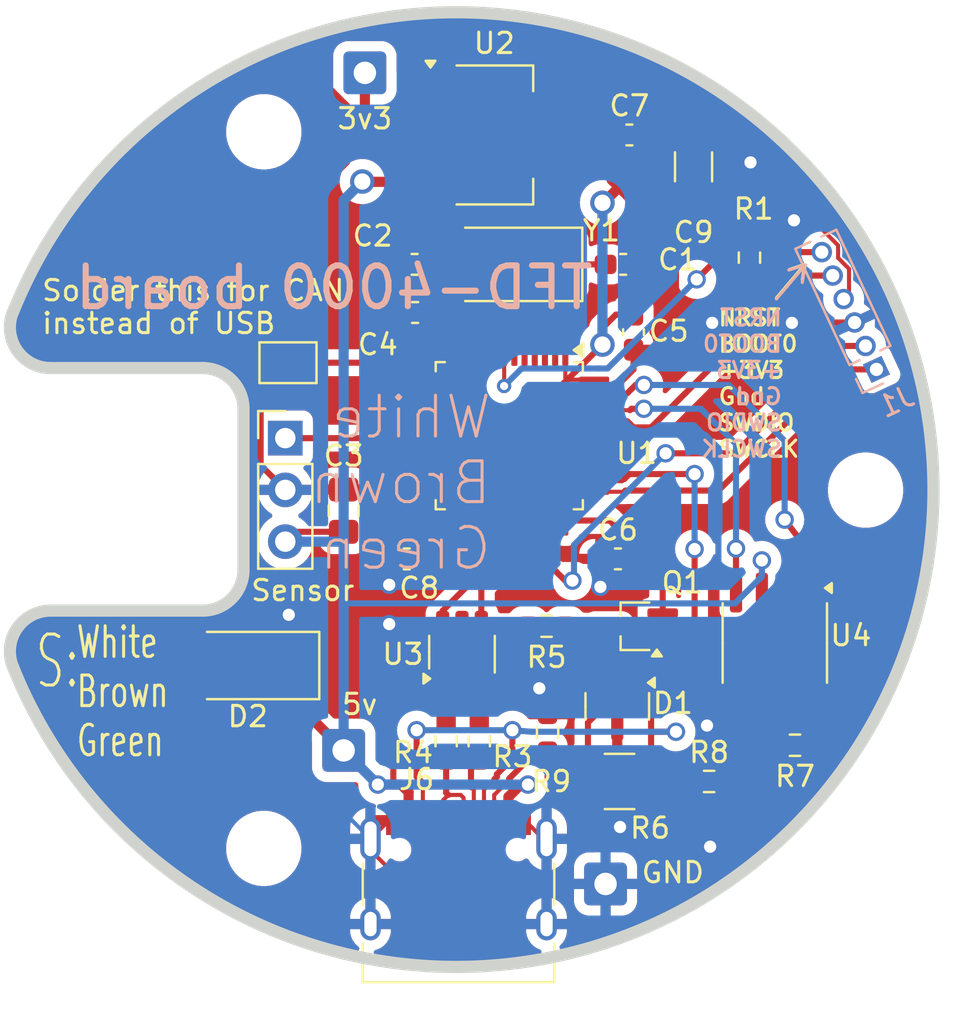
<source format=kicad_pcb>
(kicad_pcb (version 20240108) (generator "pcbnew") (generator_version "8.0")
  (layers (0 "F.Cu" signal) (31 "B.Cu" signal) (34 "B.Paste" user) (35 "F.Paste" user) (36 "B.SilkS" user "B.Silkscreen") (37 "F.SilkS" user "F.Silkscreen") (38 "B.Mask" user) (39 "F.Mask" user) (44 "Edge.Cuts" user))
  (net 0 "")
  (net 1 "GND")
  (net 2 "/OSC_IN")
  (net 3 "/OSC_OUT")
  (net 4 "/VBUS")
  (net 5 "+3V3")
  (net 6 "/CANH")
  (net 7 "/CANL")
  (net 8 "/NRST")
  (net 9 "/SWDIO")
  (net 10 "/SWCLK")
  (net 11 "/BOOT0")
  (net 12 "/ADCin")
  (net 13 "/DM")
  (net 14 "/DP")
  (net 15 "Net-(JP1-B)")
  (net 16 "/USB_PU")
  (net 17 "Net-(Q1-C)")
  (net 18 "Net-(R3-Pad2)")
  (net 19 "Net-(R4-Pad2)")
  (net 20 "/USBDP")
  (net 21 "Net-(U4-Rs)")
  (net 25 "/USBDM")
  (net 44 "/CANTX")
  (net 46 "/CANRX")
  (footprint "MountingHole:MountingHole_3.2mm_M3" (layer "F.Cu") (at 60.444919 66.632809)
    (property "Reference" "H3" (hide yes))
    (property "Value" "MountingHole")
  )
  (footprint "Jumper:SolderJumper-2_P1.3mm_Open_TrianglePad1.0x1.5mm" (layer "F.Cu") (at 61.632 42.799)
    (property "Reference" "JP1" (hide yes))
    (property "Value" "CANbus" (hide yes))
  )
  (footprint "Package_TO_SOT_SMD:SOT-23" (layer "F.Cu") (at 77.79 59.6623 -90)
    (property "Reference" "D1")
    (property "Value" "PESD1CAN")
  )
  (footprint "Connector_PinHeader_2.54mm:PinHeader_1x03_P2.54mm_Vertical" (layer "F.Cu") (at 61.5 46.5)
    (property "Reference" "J3" (hide yes))
    (property "Value" "Sensor")
  )
  (footprint "Connector_Wire:SolderWire-0.5sqmm_1x01_D0.9mm_OD2.1mm" (layer "F.Cu") (at 77.216 68.3768)
    (property "Reference" "J4" (hide yes))
    (property "Value" "GND")
  )
  (footprint "Capacitor_SMD:C_0603_1608Metric_Pad1.08x0.95mm_HandSolder" (layer "F.Cu") (at 78.3855 31.623)
    (property "Reference" "C7")
    (property "Value" "0.1")
  )
  (footprint "Connector_Wire:SolderWire-0.5sqmm_1x01_D0.9mm_OD2.1mm" (layer "F.Cu") (at 65.405 28.575)
    (property "Reference" "J5" (hide yes))
    (property "Value" "3v3")
  )
  (footprint "Package_TO_SOT_SMD:SOT-23-6_Handsoldering" (layer "F.Cu") (at 70.17 57.103 90)
    (property "Reference" "U3")
    (property "Value" "USBLC6-2SC6")
  )
  (footprint "Capacitor_SMD:C_0603_1608Metric_Pad1.08x0.95mm_HandSolder" (layer "F.Cu") (at 67.4613 52.4256 180)
    (property "Reference" "C8")
    (property "Value" "0.1")
  )
  (footprint "Package_TO_SOT_SMD:SOT-323_SC-70_Handsoldering" (layer "F.Cu") (at 78.6892 55.7276 180)
    (property "Reference" "Q1")
    (property "Value" "DTA114Y")
  )
  (footprint "Capacitor_SMD:C_0603_1608Metric_Pad1.08x0.95mm_HandSolder" (layer "F.Cu") (at 67.8445 37.973 180)
    (property "Reference" "C2")
    (property "Value" "6")
  )
  (footprint "Capacitor_SMD:C_0603_1608Metric_Pad1.08x0.95mm_HandSolder" (layer "F.Cu") (at 78.5876 41.3015 -90)
    (property "Reference" "C5")
    (property "Value" "0.1")
  )
  (footprint "Resistor_SMD:R_0603_1608Metric_Pad0.98x0.95mm_HandSolder" (layer "F.Cu") (at 74.3204 55.7276)
    (property "Reference" "R5")
    (property "Value" "1k5")
  )
  (footprint "Capacitor_SMD:C_0805_2012Metric_Pad1.18x1.45mm_HandSolder" (layer "F.Cu") (at 64.3636 50.0595 90)
    (property "Reference" "C3")
    (property "Value" "1u")
  )
  (footprint "Connector_Wire:SolderWire-0.5sqmm_1x01_D0.9mm_OD2.1mm" (layer "F.Cu") (at 64.3636 61.8236)
    (property "Reference" "J2" (hide yes))
    (property "Value" "5v")
  )
  (footprint "Package_TO_SOT_SMD:SOT-223-3_TabPin2" (layer "F.Cu") (at 71.755 31.623)
    (property "Reference" "U2")
    (property "Value" "LM1117-3.3")
  )
  (footprint "Diode_SMD:D_SMA" (layer "F.Cu") (at 59.658 57.658 180)
    (property "Reference" "D2")
    (property "Value" "SMAJ5.0A")
  )
  (footprint "Resistor_SMD:R_0603_1608Metric_Pad0.98x0.95mm_HandSolder" (layer "F.Cu") (at 84.2772 37.6447 90)
    (property "Reference" "R1")
    (property "Value" "10k")
  )
  (footprint "Resistor_SMD:R_0603_1608Metric_Pad0.98x0.95mm_HandSolder" (layer "F.Cu") (at 86.5124 61.5696)
    (property "Reference" "R7")
    (property "Value" "4k7")
  )
  (footprint "Capacitor_SMD:C_1206_3216Metric_Pad1.33x1.80mm_HandSolder" (layer "F.Cu") (at 81.534 33.1855 90)
    (property "Reference" "C9")
    (property "Value" "22u")
  )
  (footprint "Connector_USB:USB_C_Receptacle_HRO_TYPE-C-31-M-12" (layer "F.Cu") (at 70 69.295)
    (property "Reference" "J6")
    (property "Value" "USB_C_Receptacle_USB2.0_16P")
  )
  (footprint "Resistor_SMD:R_0603_1608Metric_Pad0.98x0.95mm_HandSolder" (layer "F.Cu") (at 69.3928 61.3683 90)
    (property "Reference" "R4")
    (property "Value" "22")
  )
  (footprint "Crystal:Crystal_SMD_5032-2Pin_5.0x3.2mm" (layer "F.Cu") (at 73.025 37.973 180)
    (property "Reference" "Y1")
    (property "Value" "NX5032GA-8MHz")
  )
  (footprint "Capacitor_SMD:C_0603_1608Metric_Pad1.08x0.95mm_HandSolder" (layer "F.Cu") (at 77.8245 52.4256 180)
    (property "Reference" "C6")
    (property "Value" "0.1")
  )
  (footprint "Capacitor_SMD:C_0603_1608Metric_Pad1.08x0.95mm_HandSolder" (layer "F.Cu") (at 78.0785 37.973)
    (property "Reference" "C1")
    (property "Value" "6")
  )
  (footprint "MountingHole:MountingHole_3.2mm_M3" (layer "F.Cu") (at 60.445087 31.467095)
    (property "Reference" "H1" (hide yes))
    (property "Value" "MountingHole")
  )
  (footprint "MountingHole:MountingHole_3.2mm_M3" (layer "F.Cu") (at 89.976175 49.05)
    (property "Reference" "H2" (hide yes))
    (property "Value" "MountingHole")
  )
  (footprint "Resistor_SMD:R_0603_1608Metric_Pad0.98x0.95mm_HandSolder" (layer "F.Cu") (at 71.0184 61.3683 90)
    (property "Reference" "R3")
    (property "Value" "22")
  )
  (footprint "Resistor_SMD:R_0603_1608Metric_Pad0.98x0.95mm_HandSolder" (layer "F.Cu") (at 82.2979 63.3476)
    (property "Reference" "R8")
    (property "Value" "4k7")
  )
  (footprint "Resistor_SMD:R_1210_3225Metric_Pad1.30x2.65mm_HandSolder" (layer "F.Cu") (at 77.9012 63.3476 180)
    (property "Reference" "R6")
    (property "Value" "120")
  )
  (footprint "Package_QFP:LQFP-48_7x7mm_P0.5mm" (layer "F.Cu") (at 72.4916 46.3804 -90)
    (property "Reference" "U1")
    (property "Value" "STM32F103C6Tx")
  )
  (footprint "Capacitor_SMD:C_0603_1608Metric_Pad1.08x0.95mm_HandSolder" (layer "F.Cu") (at 67.8699 40.3352)
    (property "Reference" "C4")
    (property "Value" "0.1")
  )
  (footprint "Resistor_SMD:R_0603_1608Metric_Pad0.98x0.95mm_HandSolder" (layer "F.Cu") (at 74.3712 60.9581 90)
    (property "Reference" "R9")
    (property "Value" "4k7")
  )
  (footprint "Package_SO:SOIC-8_3.9x4.9mm_P1.27mm" (layer "F.Cu") (at 85.5218 56.5546 -90)
    (property "Reference" "U4")
    (property "Value" "MCP2551-I-SN")
  )
  (footprint "Connector_PinHeader_1.27mm:PinHeader_1x06_P1.27mm_Vertical" (layer "B.Cu") (at 90.510175 43.127834 25)
    (property "Reference" "J1")
    (property "Value" "SWD")
  )
  (gr_line (start 87.0204 37.9984) (end 86.868 38.862) (stroke (width 0.15)) (layer "B.SilkS"))
  (gr_line (start 86.2076 38.2524) (end 87.0204 37.9984) (stroke (width 0.15)) (layer "B.SilkS"))
  (gr_line (start 85.598 39.6748) (end 87.0204 37.9984) (stroke (width 0.15)) (layer "B.SilkS"))
  (gr_line (start 86.995 37.973) (end 86.868 38.735) (stroke (width 0.15)) (layer "F.SilkS"))
  (gr_line (start 85.598 39.624) (end 86.995 37.973) (stroke (width 0.15)) (layer "F.SilkS"))
  (gr_line (start 86.995 37.973) (end 86.233 38.227) (stroke (width 0.15)) (layer "F.SilkS"))
  (gr_arc (start 49.985154 43.062704) (mid 48.329999 42.185408) (end 48.126906 40.323169) (stroke (width 0.6)) (layer "Edge.Cuts"))
  (gr_arc (start 59.447978 52.962704) (mid 58.862188 54.376913) (end 57.447979 54.962704) (stroke (width 0.6)) (layer "Edge.Cuts"))
  (gr_arc (start 48.135436 40.32658) (mid 93.307376 49.036585) (end 48.126906 57.702239) (stroke (width 0.6)) (layer "Edge.Cuts"))
  (gr_arc (start 48.126906 57.702239) (mid 48.33 55.84) (end 49.985154 54.962705) (stroke (width 0.6)) (layer "Edge.Cuts"))
  (gr_arc (start 57.447979 43.062704) (mid 58.862187 43.648494) (end 59.447978 45.062703) (stroke (width 0.6)) (layer "Edge.Cuts"))
  (gr_line (start 59.447978 52.962704) (end 59.447978 45.062703) (stroke (width 0.6)) (layer "Edge.Cuts"))
  (gr_line (start 57.447979 43.062704) (end 49.985154 43.062704) (stroke (width 0.6)) (layer "Edge.Cuts"))
  (gr_line (start 49.985154 54.962704) (end 57.447979 54.962704) (stroke (width 0.6)) (layer "Edge.Cuts"))
  (gr_text "White\nBrown\nGreen" (at 71.7296 53.086 0) (layer "B.SilkS") (effects (font (size 2 2)) (justify left bottom mirror)))
  (gr_text "NRST\nBOOT0\n+3V3\nGnd\nSWDIO\nSWCLK" (at 85.9536 47.498 -0) (layer "B.SilkS") (effects (font (size 0.8 0.8)) (justify left bottom mirror)))
  (gr_text "TFD-4000 board" (at 76.7588 40.2844 0) (layer "B.SilkS") (effects (font (size 2 2) (thickness 0.3)) (justify left bottom mirror)))
  (gr_text "NRST\nBOOT0\n+3V3\nGnd\nSWDIO\nSWCLK" (at 82.677 47.498 0) (layer "F.SilkS") (effects (font (size 0.8 0.8)) (justify left bottom)))
  (gr_text "S:" (at 49.149 58.928 0) (layer "F.SilkS") (effects (font (size 2.5 1.5)) (justify left bottom)))
  (gr_text "White\nBrown\nGreen" (at 51.181 62.23 0) (layer "F.SilkS") (effects (font (size 1.5 1)) (justify left bottom)))
  (gr_text "Solder this for CAN\ninstead of USB" (at 49.4792 41.4528 0) (layer "F.SilkS") (effects (font (size 1 1)) (justify left bottom)))
  (segment (start 70.612 57.15) (end 72.009 57.15) (width 0.2) (layer "F.Cu") (net 1))
  (segment (start 80.772 36.7322) (end 80.1818 36.7322) (width 0.3) (layer "F.Cu") (net 1))
  (segment (start 74.3712 59.182) (end 73.9648 58.7756) (width 0.3) (layer "F.Cu") (net 1))
  (segment (start 80.6704 36.8338) (end 80.772 36.7322) (width 0.3) (layer "F.Cu") (net 1))
  (segment (start 67.31 26.797) (end 64.008 26.797) (width 0.3) (layer "F.Cu") (net 1))
  (segment (start 88.392 61.7728) (end 88.6968 61.468) (width 0.3) (layer "F.Cu") (net 1))
  (segment (start 83.8708 66.548) (end 85.5999 64.8189) (width 0.3) (layer "F.Cu") (net 1))
  (segment (start 65.68 66.17) (end 65.68 66.72) (width 0.2) (layer "F.Cu") (net 1))
  (segment (start 74.3712 60.0456) (end 74.3712 59.182) (width 0.3) (layer "F.Cu") (net 1))
  (segment (start 60.907 40.0326) (end 60.907 42.799) (width 0.3) (layer "F.Cu") (net 1))
  (segment (start 78.6892 54.61) (end 78.6892 56.3372) (width 0.2) (layer "F.Cu") (net 1))
  (segment (start 61.6712 55.1688) (end 62.1284 55.626) (width 0.2) (layer "F.Cu") (net 1))
  (segment (start 77.216 68.3768) (end 74.3432 68.3768) (width 0.3) (layer "F.Cu") (net 1))
  (segment (start 85.5999 64.8189) (end 85.5999 62.738) (width 0.3) (layer "F.Cu") (net 1))
  (segment (start 77.79 60.5998) (end 77.79 57.5716) (width 0.3) (layer "F.Cu") (net 1))
  (segment (start 82.9818 31.623) (end 84.328 32.9692) (width 0.3) (layer "F.Cu") (net 1))
  (segment (start 66.982 38.5848) (end 68.7324 40.3352) (width 0.3) (layer "F.Cu") (net 1))
  (segment (start 70.17 58.453) (end 70.17 57.592) (width 0.2) (layer "F.Cu") (net 1))
  (segment (start 78.5876 43.1292) (end 77.8256 43.8912) (width 0.3) (layer "F.Cu") (net 1))
  (segment (start 88.6968 61.468) (end 88.6968 57.8612) (width 0.3) (layer "F.Cu") (net 1))
  (segment (start 60.29 47.83) (end 61.5 49.04) (width 0.3) (layer "F.Cu") (net 1))
  (segment (start 73.2508 58.3918) (end 72.009 57.15) (width 0.3) (layer "F.Cu") (net 1))
  (segment (start 57.658 57.658) (end 59.69 55.626) (width 0.2) (layer "F.Cu") (net 1))
  (segment (start 74.32 68.4) (end 74.32 68.5292) (width 0.2) (layer "F.Cu") (net 1))
  (segment (start 86.4616 35.814) (end 85.1954 35.814) (width 0.3) (layer "F.Cu") (net 1))
  (segment (start 89.436724 40.825812) (end 86.377388 40.825812) (width 0.3) (layer "F.Cu") (net 1))
  (segment (start 68.605 29.323) (end 68.605 28.1174) (width 0.3) (layer "F.Cu") (net 1))
  (segment (start 65.68 66.72) (end 67.54 68.58) (width 0.2) (layer "F.Cu") (net 1))
  (segment (start 81.534 31.623) (end 82.9818 31.623) (width 0.3) (layer "F.Cu") (net 1))
  (segment (start 81.534 31.623) (end 79.248 31.623) (width 0.3) (layer "F.Cu") (net 1))
  (segment (start 68.605 29.323) (end 69.988 27.94) (width 0.3) (layer "F.Cu") (net 1))
  (segment (start 64.516 30.1752) (end 64.516 32.9692) (width 0.3) (layer "F.Cu") (net 1))
  (segment (start 79.502 42.164) (end 80.6704 40.9956) (width 0.3) (layer "F.Cu") (net 1))
  (segment (start 60.29 43.416) (end 60.29 47.83) (width 0.3) (layer "F.Cu") (net 1))
  (segment (start 60.907 42.799) (end 60.29 43.416) (width 0.3) (layer "F.Cu") (net 1))
  (segment (start 76.962 53.7972) (end 77.8764 53.7972) (width 0.2) (layer "F.Cu") (net 1))
  (segment (start 64.3456 49.04) (end 64.3636 49.022) (width 0.3) (layer "F.Cu") (net 1))
  (segment (start 63.3984 34.0868) (end 63.3984 37.973) (width 0.3) (layer "F.Cu") (net 1))
  (segment (start 66.5988 49.1236) (end 66.4972 49.022) (width 0.3) (layer "F.Cu") (net 1))
  (segment (start 63.373 27.432) (end 63.373 29.0322) (width 0.3) (layer "F.Cu") (net 1))
  (segment (start 74.3432 68.3768) (end 74.32 68.4) (width 0.3) (layer "F.Cu") (net 1))
  (segment (start 87.9348 62.738) (end 88.392 62.2808) (width 0.3) (layer "F.Cu") (net 1))
  (segment (start 76.962 52.4256) (end 75.1332 52.4256) (width 0.3) (layer "F.Cu") (net 1))
  (segment (start 66.5988 49.1236) (end 66.9036 48.8188) (width 0.3) (layer "F.Cu") (net 1))
  (segment (start 77.79 65.4456) (end 77.9272 65.5828) (width 0.2) (layer "F.Cu") (net 1))
  (segment (start 83.2104 63.3476) (end 83.2104 61.6204) (width 0.3) (layer "F.Cu") (net 1))
  (segment (start 78.5876 42.164) (end 78.5876 43.1292) (width 0.3) (layer "F.Cu") (net 1))
  (segment (start 88.6968 57.8612) (end 86.1568 55.3212) (width 0.3) (layer "F.Cu") (net 1))
  (segment (start 73.25 65.25) (end 73.2508 65.2492) (width 0.3) (layer "F.Cu") (net 1))
  (segment (start 83.2104 61.6204) (end 82.1944 60.6044) (width 0.3) (layer "F.Cu") (net 1))
  (segment (start 77.216 68.3768) (end 80.518 68.3768) (width 0.3) (layer "F.Cu") (net 1))
  (segment (start 80.518 68.3768) (end 82.3468 66.548) (width 0.3) (layer "F.Cu") (net 1))
  (segment (start 63.373 29.0322) (end 64.516 30.1752) (width 0.3) (layer "F.Cu") (net 1))
  (segment (start 62.23 55.626) (end 59.69 55.626) (width 0.3) (layer "F.Cu") (net 1))
  (segment (start 88.392 62.2808) (end 88.392 61.7728) (width 0.3) (layer "F.Cu") (net 1))
  (segment (start 75.1332 52.4256) (end 74.7776 52.07) (width 0.3) (layer "F.Cu") (net 1))
  (segment (start 80.6704 40.8432) (end 80.6704 36.8338) (width 0.3) (layer "F.Cu") (net 1))
  (segment (start 78.5856 65.0728) (end 82.4504 65.0728) (width 0.3) (layer "F.Cu") (net 1))
  (segment (start 79.248 29.591) (end 79.248 31.623) (width 0.3) (layer "F.Cu") (net 1))
  (segment (start 62.9666 37.973) (end 60.907 40.0326) (width 0.3) (layer "F.Cu") (net 1))
  (segment (start 76.6541 44.1304) (end 77.5864 44.1304) (width 0.2) (layer "F.Cu") (net 1))
  (segment (start 67.564 27.0764) (end 67.564 27.051) (width 0.3) (layer "F.Cu") (net 1))
  (segment (start 66.5988 52.4256) (end 66.5988 49.1236) (width 0.3) (layer "F.Cu") (net 1))
  (segment (start 77.6224 57.404) (end 75.3364 57.404) (width 0.3) (layer "F.Cu") (net 1))
  (segment (start 67.092 48.6304) (end 66.9036 48.8188) (width 0.2) (layer "F.Cu") (net 1))
  (segment (start 85.5999 62.738) (end 87.9348 62.738) (width 0.3) (layer "F.Cu") (net 1))
  (segment (start 77.79 64.0588) (end 77.79 64.2772) (width 0.3) (layer "F.Cu") (net 1))
  (segment (start 74.7416 50.5429) (end 74.7416 52.034) (width 0.2) (layer "F.Cu") (net 1))
  (segment (start 84.2772 36.7322) (end 80.772 36.7322) (width 0.3) (layer "F.Cu") (net 1))
  (segment (start 85.1954 35.814) (end 84.2772 36.7322) (width 0.3) (layer "F.Cu") (net 1))
  (segment (start 67.54 68.58) (end 74.2692 68.58) (width 0.2) (layer "F.Cu") (net 1))
  (segment (start 71.7416 42.2179) (end 71.7416 40.8552) (width 0.2) (layer "F.Cu") (net 1))
  (segment (start 76.962 52.4256) (end 76.962 53.7972) (width 0.3) (layer "F.Cu") (net 1))
  (segment (start 66.5988 55.626) (end 62.23 55.626) (width 0.3) (layer "F.Cu") (net 1))
  (segment (start 85.5999 62.738) (end 85.5999 61.5696) (width 0.3) (layer "F.Cu") (net 1))
  (segment (start 74.32 68.5292) (end 74.32 70.35) (width 0.2) (layer "F.Cu") (net 1))
  (segment (start 66.982 37.973) (end 63.3984 37.973) (width 0.3) (layer "F.Cu") (net 1))
  (segment (start 86.1568 55.3212) (end 86.1568 54.0796) (width 0.3) (layer "F.Cu") (net 1))
  (segment (start 69.988 27.94) (end 77.597 27.94) (width 0.3) (layer "F.Cu") (net 1))
  (segment (start 77.79 60.5998) (end 77.79 64.0588) (width 0.3) (layer "F.Cu") (net 1))
  (segment (start 67.564 27.051) (end 67.31 26.797) (width 0.3) (layer "F.Cu") (net 1))
  (segment (start 68.605 28.1174) (end 67.564 27.0764) (width 0.3) (layer "F.Cu") (net 1))
  (segment (start 77.5864 44.1304) (end 77.8256 43.8912) (width 0.2) (layer "F.Cu") (net 1))
  (segment (start 82.3468 66.548) (end 83.8708 66.548) (width 0.3) (layer "F.Cu") (net 1))
  (segment (start 80.1818 36.7322) (end 78.941 37.973) (width 0.3) (layer "F.Cu") (net 1))
  (segment (start 62.1284 55.626) (end 62.23 55.626) (width 0.2) (layer "F.Cu") (net 1))
  (segment (start 66.982 37.973) (end 66.982 38.5848) (width 0.3) (layer "F.Cu") (net 1))
  (segment (start 75.3364 57.404) (end 73.9648 58.7756) (width 0.3) (layer "F.Cu") (net 1))
  (segment (start 64.516 32.9692) (end 63.3984 34.0868) (width 0.3) (layer "F.Cu") (net 1))
  (segment (start 66.5988 53.6956) (end 66.5988 52.4256) (width 0.3) (layer "F.Cu") (net 1))
  (segment (start 66.4972 49.022) (end 64.3636 49.022) (width 0.3) (layer "F.Cu") (net 1))
  (segment (start 74.165 66.17) (end 73.25 65.255) (width 0.2) (layer "F.Cu") (net 1))
  (segment (start 61.5 49.04) (end 64.3456 49.04) (width 0.3) (layer "F.Cu") (net 1))
  (segment (start 66.75 65.255) (end 66.595 65.255) (width 0.2) (layer "F.Cu") (net 1))
  (segment (start 63.3984 37.973) (end 62.9666 37.973) (width 0.3) (layer "F.Cu") (net 1))
  (segment (start 77.79 57.5716) (end 77.6224 57.404) (width 0.3) (layer "F.Cu") (net 1))
  (segment (start 86.377388 40.825812) (end 86.36 40.8432) (width 0.3) (layer "F.Cu") (net 1))
  (segment (start 68.7324 40.3352) (end 71.2216 40.3352) (width 0.3) (layer "F.Cu") (net 1))
  (segment (start 78.6892 56.3372) (end 77.6224 57.404) (width 0.2) (layer "F.Cu") (net 1))
  (segment (start 64.008 26.797) (end 63.373 27.432) (width 0.3) (layer "F.Cu") (net 1))
  (segment (start 66.5988 55.626) (end 66.5988 53.6956) (width 0.3) (layer "F.Cu") (net 1))
  (segment (start 78.5876 42.164) (end 79.502 42.164) (width 0.3) (layer "F.Cu") (net 1))
  (segment (start 74.2692 68.58) (end 74.32 68.5292) (width 0.2) (layer "F.Cu") (net 1))
  (segment (start 65.68 70.35) (end 74.32 70.35) (width 0.2) (layer "F.Cu") (net 1))
  (segment (start 68.3291 48.6304) (end 67.092 48.6304) (width 0.2) (layer "F.Cu") (net 1))
  (segment (start 73.2508 58.7756) (end 73.9648 58.7756) (width 0.3) (layer "F.Cu") (net 1))
  (segment (start 74.7416 52.034) (end 74.7776 52.07) (width 0.2) (layer "F.Cu") (net 1))
  (segment (start 66.595 65.255) (end 65.68 66.17) (width 0.2) (layer "F.Cu") (net 1))
  (segment (start 73.2508 58.7756) (end 73.2508 58.3918) (width 0.3) (layer "F.Cu") (net 1))
  (segment (start 71.2216 40.3352) (end 71.7416 40.8552) (width 0.3) (layer "F.Cu") (net 1))
  (segment (start 82.4484 40.8432) (end 80.6704 40.8432) (width 0.3) (layer "F.Cu") (net 1))
  (segment (start 77.79 64.0588) (end 77.79 65.4456) (width 0.2) (layer "F.Cu") (net 1))
  (segment (start 74.32 66.17) (end 74.165 66.17) (width 0.2) (layer "F.Cu") (net 1))
  (segment (start 80.6704 40.9956) (end 80.6704 40.8432) (width 0.3) (layer "F.Cu") (net 1))
  (segment (start 74.32 66.17) (end 74.32 68.4) (width 0.2) (layer "F.Cu") (net 1))
  (segment (start 82.4504 65.0728) (end 83.2104 64.3128) (width 0.3) (layer "F.Cu") (net 1))
  (segment (start 77.597 27.94) (end 79.248 29.591) (width 0.3) (layer "F.Cu") (net 1))
  (segment (start 77.79 64.2772) (end 78.5856 65.0728) (width 0.3) (layer "F.Cu") (net 1))
  (segment (start 70.17 57.592) (end 70.612 57.15) (width 0.2) (layer "F.Cu") (net 1))
  (segment (start 83.2104 64.3128) (end 83.2104 63.3476) (width 0.3) (layer "F.Cu") (net 1))
  (segment (start 77.8764 53.7972) (end 78.6892 54.61) (width 0.2) (layer "F.Cu") (net 1))
  (via (at 86.4616 35.814) (size 0.9) (drill 0.6) (layers "F.Cu" "B.Cu") (net 1))
  (via (at 84.328 32.9692) (size 0.9) (drill 0.6) (layers "F.Cu" "B.Cu") (net 1))
  (via (at 82.3468 66.548) (size 0.9) (drill 0.6) (layers "F.Cu" "B.Cu") (net 1))
  (via (at 86.36 40.8432) (size 0.9) (drill 0.6) (layers "F.Cu" "B.Cu") (net 1))
  (via (at 82.4484 40.8432) (size 0.9) (drill 0.6) (layers "F.Cu" "B.Cu") (net 1))
  (via (at 76.962 53.7972) (size 0.9) (drill 0.6) (layers "F.Cu" "B.Cu") (net 1))
  (via (at 73.9648 58.7756) (size 0.9) (drill 0.6) (layers "F.Cu" "B.Cu") (net 1))
  (via (at 61.6712 55.1688) (size 0.9) (drill 0.6) (layers "F.Cu" "B.Cu") (net 1))
  (via (at 66.5988 55.626) (size 0.9) (drill 0.6) (layers "F.Cu" "B.Cu") (net 1))
  (via (at 77.9272 65.5828) (size 0.9) (drill 0.6) (layers "F.Cu" "B.Cu") (net 1))
  (via (at 66.5988 53.6956) (size 0.9) (drill 0.6) (layers "F.Cu" "B.Cu") (net 1))
  (via (at 82.1944 60.6044) (size 0.9) (drill 0.6) (layers "F.Cu" "B.Cu") (net 1))
  (segment (start 82.4484 40.8432) (end 80.7212 40.8432) (width 0.3) (layer "B.Cu") (net 1))
  (segment (start 61.6712 61.4172) (end 61.6712 55.1688) (width 0.2) (layer "B.Cu") (net 1))
  (segment (start 77.805225 46.004425) (end 78.1304 46.3296) (width 0.3) (layer "B.Cu") (net 1))
  (segment (start 82.0928 46.3296) (end 82.7532 46.99) (width 0.3) (layer "B.Cu") (net 1))
  (segment (start 86.36 40.8432) (end 82.4484 40.8432) (width 0.3) (layer "B.Cu") (net 1))
  (segment (start 80.7212 40.8432) (end 77.805225 43.759175) (width 0.3) (layer "B.Cu") (net 1))
  (segment (start 77.9272 65.5828) (end 78.8924 66.548) (width 0.3) (layer "B.Cu") (net 1))
  (segment (start 73.9648 58.7756) (end 66.5988 58.7756) (width 0.3) (layer "B.Cu") (net 1))
  (segment (start 84.328 33.6804) (end 86.4616 35.814) (width 0.3) (layer "B.Cu") (net 1))
  (segment (start 81.7118 53.7972) (end 76.962 53.7972) (width 0.3) (layer "B.Cu") (net 1))
  (segment (start 73.9648 58.7756) (end 80.3656 58.7756) (width 0.3) (layer "B.Cu") (net 1))
  (segment (start 78.1304 46.3296) (end 82.0928 46.3296) (width 0.3) (layer "B.Cu") (net 1))
  (segment (start 65.68 66.165) (end 61.6712 62.1562) (width 0.2) (layer "B.Cu") (net 1))
  (segment (start 82.1944 60.6044) (end 82.1944 66.3956) (width 0.3) (layer "B.Cu") (net 1))
  (segment (start 82.7532 52.7558) (end 81.7118 53.7972) (width 0.3) (layer "B.Cu") (net 1))
  (segment (start 77.805225 43.759175) (end 77.805225 46.004425) (width 0.3) (layer "B.Cu") (net 1))
  (segment (start 84.328 32.9692) (end 84.328 33.6804) (width 0.3) (layer "B.Cu") (net 1))
  (segment (start 82.7532 46.99) (end 82.7532 52.7558) (width 0.3) (layer "B.Cu") (net 1))
  (segment (start 82.1944 66.3956) (end 82.3468 66.548) (width 0.3) (layer "B.Cu") (net 1))
  (segment (start 80.3656 58.7756) (end 82.1944 60.6044) (width 0.3) (layer "B.Cu") (net 1))
  (segment (start 61.6712 62.1562) (end 61.6712 61.4172) (width 0.2) (layer "B.Cu") (net 1))
  (segment (start 66.5988 58.7756) (end 66.5988 55.626) (width 0.3) (layer "B.Cu") (net 1))
  (segment (start 78.8924 66.548) (end 82.3468 66.548) (width 0.3) (layer "B.Cu") (net 1))
  (segment (start 77.216 37.973) (end 74.875 37.973) (width 0.3) (layer "F.Cu") (net 2))
  (segment (start 73.2416 42.2179) (end 73.2416 40.5504) (width 0.2) (layer "F.Cu") (net 2))
  (segment (start 74.875 37.973) (end 74.875 38.917) (width 0.3) (layer "F.Cu") (net 2))
  (segment (start 73.2416 40.5504) (end 73.406 40.386) (width 0.2) (layer "F.Cu") (net 2))
  (segment (start 74.875 38.917) (end 73.406 40.386) (width 0.3) (layer "F.Cu") (net 2))
  (segment (start 71.175 37.973) (end 71.175 39.171) (width 0.3) (layer "F.Cu") (net 3))
  (segment (start 72.7416 40.7376) (end 72.517 40.513) (width 0.2) (layer "F.Cu") (net 3))
  (segment (start 72.7416 42.2179) (end 72.7416 40.7376) (width 0.2) (layer "F.Cu") (net 3))
  (segment (start 68.707 37.973) (end 71.175 37.973) (width 0.3) (layer "F.Cu") (net 3))
  (segment (start 71.175 39.171) (end 72.517 40.513) (width 0.3) (layer "F.Cu") (net 3))
  (segment (start 66.802 63.5) (end 66.04 63.5) (width 0.5) (layer "F.Cu") (net 4))
  (segment (start 66.802 63.5) (end 66.802 60.071) (width 0.3) (layer "F.Cu") (net 4))
  (segment (start 67.55 65.25) (end 67.55 63.867) (width 0.5) (layer "F.Cu") (net 4))
  (segment (start 61.983 51.097) (end 61.5 51.58) (width 0.3) (layer "F.Cu") (net 4))
  (segment (start 65.292 33.923) (end 65.278 33.909) (width 0.5) (layer "F.Cu") (net 4))
  (segment (start 61.658 57.658) (end 61.658 59.118) (width 0.5) (layer "F.Cu") (net 4))
  (segment (start 70.17 56.83) (end 69.85 57.15) (width 0.2) (layer "F.Cu") (net 4))
  (segment (start 68.605 33.923) (end 65.292 33.923) (width 0.5) (layer "F.Cu") (net 4))
  (segment (start 61.658 59.118) (end 64.3636 61.8236) (width 0.5) (layer "F.Cu") (net 4))
  (segment (start 69.85 57.15) (end 68.834 57.15) (width 0.2) (layer "F.Cu") (net 4))
  (segment (start 70.17 55.753) (end 70.17 56.83) (width 0.2) (layer "F.Cu") (net 4))
  (segment (start 72.45 64.105) (end 72.45 65.25) (width 0.5) (layer "F.Cu") (net 4))
  (segment (start 67.564 65.241) (end 67.55 65.255) (width 0.5) (layer "F.Cu") (net 4))
  (segment (start 67.55 63.867) (end 67.183 63.5) (width 0.5) (layer "F.Cu") (net 4))
  (segment (start 67.183 63.5) (end 66.802 63.5) (width 0.5) (layer "F.Cu") (net 4))
  (segment (start 66.802 60.071) (end 67.564 59.309) (width 0.3) (layer "F.Cu") (net 4))
  (segment (start 84.8868 54.0796) (end 84.8868 52.5) (width 0.3) (layer "F.Cu") (net 4))
  (segment (start 67.564 59.309) (end 67.564 58.42) (width 0.3) (layer "F.Cu") (net 4))
  (segment (start 68.834 57.15) (end 67.564 58.42) (width 0.3) (layer "F.Cu") (net 4))
  (segment (start 64.3636 51.097) (end 61.983 51.097) (width 0.3) (layer "F.Cu") (net 4))
  (segment (start 73.406 63.5) (end 73.055 63.5) (width 0.5) (layer "F.Cu") (net 4))
  (segment (start 73.055 63.5) (end 72.45 64.105) (width 0.5) (layer "F.Cu") (net 4))
  (via (at 66.04 63.5) (size 0.9) (drill 0.6) (layers "F.Cu" "B.Cu") (net 4))
  (via (at 84.8868 52.5) (size 0.9) (drill 0.6) (layers "F.Cu" "B.Cu") (net 4))
  (via (at 73.406 63.5) (size 0.9) (drill 0.6) (layers "F.Cu" "B.Cu") (net 4))
  (via (at 65.278 33.909) (size 1.2) (drill 0.8) (layers "F.Cu" "B.Cu") (net 4))
  (segment (start 64.3636 34.8234) (end 65.278 33.909) (width 0.5) (layer "B.Cu") (net 4))
  (segment (start 64.3636 51.6128) (end 64.3636 34.8234) (width 0.5) (layer "B.Cu") (net 4))
  (segment (start 83.566 54.61) (end 64.3636 54.61) (width 0.3) (layer "B.Cu") (net 4))
  (segment (start 84.8868 52.5) (end 84.8868 53.2892) (width 0.3) (layer "B.Cu") (net 4))
  (segment (start 67.564 63.5) (end 66.04 63.5) (width 0.5) (layer "B.Cu") (net 4))
  (segment (start 84.8868 53.2892) (end 83.566 54.61) (width 0.3) (layer "B.Cu") (net 4))
  (segment (start 73.406 63.5) (end 67.564 63.5) (width 0.5) (layer "B.Cu") (net 4))
  (segment (start 64.3308 51.58) (end 64.3636 51.6128) (width 0.5) (layer "B.Cu") (net 4))
  (segment (start 64.3636 54.61) (end 64.3636 51.6128) (width 0.5) (layer "B.Cu") (net 4))
  (segment (start 61.5 51.58) (end 64.3308 51.58) (width 0.5) (layer "B.Cu") (net 4))
  (segment (start 66.04 63.5) (end 64.3636 61.8236) (width 0.5) (layer "B.Cu") (net 4))
  (segment (start 64.3636 61.8236) (end 64.3636 54.61) (width 0.5) (layer "B.Cu") (net 4))
  (segment (start 78.687 52.4256) (end 79.054 52.4256) (width 0.3) (layer "F.Cu") (net 5))
  (segment (start 78.436 34.748) (end 77.8764 34.1884) (width 0.5) (layer "F.Cu") (net 5))
  (segment (start 68.3238 52.4256) (end 68.3238 49.1457) (width 0.3) (layer "F.Cu") (net 5))
  (segment (start 88.626549 37.655694) (end 88.626549 37.041409) (width 0.2) (layer "F.Cu") (net 5))
  (segment (start 65.405 28.575) (end 65.405 30.607) (width 0.5) (layer "F.Cu") (net 5))
  (segment (start 86.564 34.748) (end 86.514 34.748) (width 0.2) (layer "F.Cu") (net 5))
  (segment (start 81.534 34.748) (end 86.514 34.748) (width 0.3) (layer "F.Cu") (net 5))
  (segment (start 74.8656 44.0944) (end 75.3296 43.6304) (width 0.3) (layer "F.Cu") (net 5))
  (segment (start 78.687 52.4256) (end 78.687 51.8138) (width 0.3) (layer "F.Cu") (net 5))
  (segment (start 80.0192 55.0776) (end 80.0192 53.3908) (width 0.3) (layer "F.Cu") (net 5))
  (segment (start 75.2416 43.5424) (end 75.3296 43.6304) (width 0.2) (layer "F.Cu") (net 5))
  (segment (start 77.0636 41.0972) (end 77.0636 41.91) (width 0.3) (layer "F.Cu") (net 5))
  (segment (start 74.905 31.623) (end 68.605 31.623) (width 0.5) (layer "F.Cu") (net 5))
  (segment (start 70.147862 44.0944) (end 71.2216 44.0944) (width 0.3) (layer "F.Cu") (net 5))
  (segment (start 77.8764 34.1884) (end 77.523 33.835) (width 0.5) (layer "F.Cu") (net 5))
  (segment (start 75.2416 49.1812) (end 75.0316 48.9712) (width 0.2) (layer "F.Cu") (net 5))
  (segment (start 89.163274 39.411526) (end 89.163274 38.192419) (width 0.2) (layer "F.Cu") (net 5))
  (segment (start 77.1144 34.9504) (end 77.8764 34.1884) (width 0.5) (layer "F.Cu") (net 5))
  (segment (start 88.626549 37.041409) (end 87.6808 36.09566) (width 0.2) (layer "F.Cu") (net 5))
  (segment (start 75.3432 43.6304) (end 77.0636 41.91) (width 0.3) (layer "F.Cu") (net 5))
  (segment (start 68.3238 49.1457) (end 68.3291 49.1404) (width 0.3) (layer "F.Cu") (net 5))
  (segment (start 75.3296 43.6304) (end 75.3432 43.6304) (width 0.3) (layer "F.Cu") (net 5))
  (segment (start 67.0074 40.3352) (end 67.0074 40.953938) (width 0.3) (layer "F.Cu") (net 5))
  (segment (start 77.4161 50.5429) (end 75.2516 50.5429) (width 0.3) (layer "F.Cu") (net 5))
  (segment (start 78.5876 40.439) (end 77.7218 40.439) (width 0.3) (layer "F.Cu") (net 5))
  (segment (start 70.147862 47.657338) (end 69.6468 48.1584) (width 0.3) (layer "F.Cu") (net 5))
  (segment (start 70.147862 47.657338) (end 74.858662 47.657338) (width 0.3) (layer "F.Cu") (net 5))
  (segment (start 74.93 48.8696) (end 75.0316 48.9712) (width 0.3) (layer "F.Cu") (net 5))
  (segment (start 89.163274 38.192419) (end 88.626549 37.655694) (width 0.2) (layer "F.Cu") (net 5))
  (segment (start 74.8656 48.8052) (end 74.93 48.8696) (width 0.3) (layer "F.Cu") (net 5))
  (segment (start 78.687 51.8138) (end 77.4161 50.5429) (width 0.3) (layer "F.Cu") (net 5))
  (segment (start 70.147862 44.0944) (end 70.147862 47.657338) (width 0.3) (layer "F.Cu") (net 5))
  (segment (start 67.0074 40.953938) (end 70.147862 44.0944) (width 0.3) (layer "F.Cu") (net 5))
  (segment (start 75.2416 42.2179) (end 75.2416 43.5424) (width 0.2) (layer "F.Cu") (net 5))
  (segment (start 69.2844 49.1304) (end 69.6468 48.768) (width 0.2) (layer "F.Cu") (net 5))
  (segment (start 77.7218 40.439) (end 77.0636 41.0972) (width 0.3) (layer "F.Cu") (net 5))
  (segment (start 88.9 39.6748) (end 89.163274 39.411526) (width 0.2) (layer "F.Cu") (net 5))
  (segment (start 74.8656 44.0944) (end 74.8656 47.6504) (width 0.3) (layer "F.Cu") (net 5))
  (segment (start 75.3296 43.6304) (end 76.6541 43.6304) (width 0.2) (layer "F.Cu") (net 5))
  (segment (start 79.054 52.4256) (end 80.0192 53.3908) (width 0.3) (layer "F.Cu") (net 5))
  (segment (start 74.858662 47.657338) (end 74.8656 47.6504) (width 0.3) (layer "F.Cu") (net 5))
  (segment (start 71.2416 44.0744) (end 71.2216 44.0944) (width 0.2) (layer "F.Cu") (net 5))
  (segment (start 66.421 31.623) (end 68.605 31.623) (width 0.5) (layer "F.Cu") (net 5))
  (segment (start 65.405 30.607) (end 66.421 31.623) (width 0.5) (layer "F.Cu") (net 5))
  (segment (start 77.523 33.835) (end 77.523 31.623) (width 0.5) (layer "F.Cu") (net 5))
  (segment (start 68.3291 49.1304) (end 69.2844 49.1304) (width 0.2) (layer "F.Cu") (net 5))
  (segment (start 87.6808 36.09566) (end 87.6808 35.8648) (width 0.2) (layer "F.Cu") (net 5))
  (segment (start 71.2416 42.2179) (end 71.2416 44.0744) (width 0.2) (layer "F.Cu") (net 5))
  (segment (start 75.2416 50.5429) (end 75.2416 49.1812) (width 0.2) (layer "F.Cu") (net 5))
  (segment (start 74.8656 47.6504) (end 74.8656 48.8052) (width 0.3) (layer "F.Cu") (net 5))
  (segment (start 74.905 31.623) (end 77.523 31.623) (width 0.5) (layer "F.Cu") (net 5))
  (segment (start 87.6808 35.8648) (end 86.564 34.748) (width 0.2) (layer "F.Cu") (net 5))
  (segment (start 81.534 34.748) (end 78.436 34.748) (width 0.5) (layer "F.Cu") (net 5))
  (segment (start 77.0636 34.9504) (end 77.1144 34.9504) (width 0.5) (layer "F.Cu") (net 5))
  (segment (start 69.6468 48.768) (end 69.6468 48.1584) (width 0.2) (layer "F.Cu") (net 5))
  (via (at 77.0636 41.91) (size 1.2) (drill 0.8) (layers "F.Cu" "B.Cu") (net 5))
  (via (at 77.0636 34.9504) (size 1.2) (drill 0.8) (layers "F.Cu" "B.Cu") (net 5))
  (segment (start 77.0636 41.91) (end 77.0636 34.9504) (width 0.5) (layer "B.Cu") (net 5))
  (segment (start 71.882 62.992) (end 71.882 63.119) (width 0.3) (layer "F.Cu") (net 6))
  (segment (start 82.6516 57.3024) (end 85.9028 57.3024) (width 0.3) (layer "F.Cu") (net 6))
  (segment (start 71.25 65.25) (end 71.25 63.751) (width 0.2) (layer "F.Cu") (net 6))
  (segment (start 67.945 63.119) (end 68.199 63.373) (width 0.3) (layer "F.Cu") (net 6))
  (segment (start 81.2292 58.7248) (end 82.6516 57.3024) (width 0.3) (layer "F.Cu") (net 6))
  (segment (start 81.3854 63.3476) (end 79.4512 63.3476) (width 0.3) (layer "F.Cu") (net 6))
  (segment (start 71.25 63.751) (end 71.755 63.246) (width 0.2) (layer "F.Cu") (net 6))
  (segment (start 68.25 63.424) (end 68.199 63.373) (width 0.2) (layer "F.Cu") (net 6))
  (segment (start 79.4512 63.3476) (end 79.4512 60.9092) (width 0.3) (layer "F.Cu") (net 6))
  (segment (start 85.9028 57.3024) (end 86.1568 57.5564) (width 0.3) (layer "F.Cu") (net 6))
  (segment (start 86.1568 57.5564) (end 86.1568 59.0296) (width 0.3) (layer "F.Cu") (net 6))
  (segment (start 72.644 60.833) (end 72.644 62.23) (width 0.3) (layer "F.Cu") (net 6))
  (segment (start 78.74 58.7248) (end 79.4512 58.7248) (width 0.3) (layer "F.Cu") (net 6))
  (segment (start 68.25 65.25) (end 68.25 63.424) (width 0.2) (layer "F.Cu") (net 6))
  (segment (start 79.4512 58.7248) (end 81.2292 58.7248) (width 0.3) (layer "F.Cu") (net 6))
  (segment (start 79.4512 60.9092) (end 79.4512 58.7248) (width 0.3) (layer "F.Cu") (net 6))
  (segment (start 80.6704 60.9092) (end 79.4512 60.9092) (width 0.3) (layer "F.Cu") (net 6))
  (segment (start 72.644 62.23) (end 71.882 62.992) (width 0.3) (layer "F.Cu") (net 6))
  (segment (start 71.882 63.119) (end 71.755 63.246) (width 0.3) (layer "F.Cu") (net 6))
  (segment (start 67.945 60.833) (end 67.945 63.119) (width 0.3) (layer "F.Cu") (net 6))
  (via (at 80.6704 60.9092) (size 0.9) (drill 0.6) (layers "F.Cu" "B.Cu") (net 6))
  (via (at 67.945 60.833) (size 0.9) (drill 0.6) (layers "F.Cu" "B.Cu") (net 6))
  (via (at 72.644 60.833) (size 0.9) (drill 0.6) (layers "F.Cu" "B.Cu") (net 6))
  (segment (start 73.5838 60.9092) (end 80.6704 60.9092) (width 0.3) (layer "B.Cu") (net 6))
  (segment (start 72.644 60.833) (end 67.945 60.833) (width 0.3) (layer "B.Cu") (net 6))
  (segment (start 72.644 60.833) (end 73.5838 60.9092) (width 0.3) (layer "B.Cu") (net 6))
  (segment (start 76.84 59.9644) (end 76.84 58.7248) (width 0.3) (layer "F.Cu") (net 7))
  (segment (start 71.78 67.3612) (end 71.4756 67.6656) (width 0.2) (layer "F.Cu") (net 7))
  (segment (start 76.3512 60.4532) (end 76.84 59.9644) (width 0.3) (layer "F.Cu") (net 7))
  (segment (start 71.75 65.25) (end 71.75 64.013) (width 0.2) (layer "F.Cu") (net 7))
  (segment (start 84.4296 65.1256) (end 83.9216 65.6336) (width 0.3) (layer "F.Cu") (net 7))
  (segment (start 71.75 65.25) (end 71.75 65.41) (width 0.2) (layer "F.Cu") (net 7))
  (segment (start 71.75 64.013) (end 72.517 63.246) (width 0.2) (layer "F.Cu") (net 7))
  (segment (start 74.5744 63.3476) (end 76.3512 63.3476) (width 0.3) (layer "F.Cu") (net 7))
  (segment (start 71.75 65.41) (end 71.78 65.44) (width 0.2) (layer "F.Cu") (net 7))
  (segment (start 78.6892 66.3956) (end 77.47 66.3956) (width 0.3) (layer "F.Cu") (net 7))
  (segment (start 74.3712 61.8706) (end 73.82173 61.8706) (width 0.3) (layer "F.Cu") (net 7))
  (segment (start 83.9216 65.6336) (end 79.4512 65.6336) (width 0.3) (layer "F.Cu") (net 7))
  (segment (start 69.868981 67.6656) (end 71.4756 67.6656) (width 0.2) (layer "F.Cu") (net 7))
  (segment (start 77.47 66.3956) (end 76.3512 65.2768) (width 0.3) (layer "F.Cu") (net 7))
  (segment (start 74.3712 63.1444) (end 74.5744 63.3476) (width 0.3) (layer "F.Cu") (net 7))
  (segment (start 79.4512 65.6336) (end 78.6892 66.3956) (width 0.3) (layer "F.Cu") (net 7))
  (segment (start 84.8868 60.3504) (end 84.4296 60.8076) (width 0.3) (layer "F.Cu") (net 7))
  (segment (start 68.75 66.546619) (end 69.868981 67.6656) (width 0.2) (layer "F.Cu") (net 7))
  (segment (start 71.78 65.44) (end 71.78 67.3612) (width 0.2) (layer "F.Cu") (net 7))
  (segment (start 68.75 65.25) (end 68.75 66.546619) (width 0.2) (layer "F.Cu") (net 7))
  (segment (start 76.3512 65.2768) (end 76.3512 63.3476) (width 0.3) (layer "F.Cu") (net 7))
  (segment (start 73.82173 61.8706) (end 72.481665 63.210665) (width 0.3) (layer "F.Cu") (net 7))
  (segment (start 76.3512 63.3476) (end 76.3512 60.4532) (width 0.3) (layer "F.Cu") (net 7))
  (segment (start 74.3712 61.8706) (end 74.3712 63.1444) (width 0.3) (layer "F.Cu") (net 7))
  (segment (start 84.8868 59.0296) (end 84.8868 60.3504) (width 0.3) (layer "F.Cu") (net 7))
  (segment (start 84.4296 60.8076) (end 84.4296 65.1256) (width 0.3) (layer "F.Cu") (net 7))
  (segment (start 82.7532 37.6428) (end 81.6864 38.7096) (width 0.3) (layer "F.Cu") (net 8))
  (segment (start 85.852 37.6428) (end 82.7532 37.6428) (width 0.3) (layer "F.Cu") (net 8))
  (segment (start 72.2416 42.2179) (end 72.2416 43.938) (width 0.2) (layer "F.Cu") (net 8))
  (segment (start 86.12202 37.37278) (end 85.852 37.6428) (width 0.3) (layer "F.Cu") (net 8))
  (segment (start 72.2416 43.938) (end 72.2376 43.942) (width 0.2) (layer "F.Cu") (net 8))
  (segment (start 87.826549 37.37278) (end 86.12202 37.37278) (width 0.3) (layer "F.Cu") (net 8))
  (via (at 72.2376 43.942) (size 0.7) (drill 0.4) (layers "F.Cu" "B.Cu") (net 8))
  (via (at 81.6864 38.7096) (size 0.9) (drill 0.6) (layers "F.Cu" "B.Cu") (net 8))
  (segment (start 73.0984 43.0812) (end 76.9112 43.0812) (width 0.3) (layer "B.Cu") (net 8))
  (segment (start 72.2376 43.942) (end 73.0984 43.0812) (width 0.3) (layer "B.Cu") (net 8))
  (segment (start 77.3148 43.0812) (end 76.9112 43.0812) (width 0.3) (layer "B.Cu") (net 8))
  (segment (start 81.6864 38.7096) (end 77.3148 43.0812) (width 0.3) (layer "B.Cu") (net 8))
  (segment (start 75.2348 53.4924) (end 74.3204 52.578) (width 0.3) (layer "F.Cu") (net 9))
  (segment (start 89.97345 41.976823) (end 88.833177 41.976823) (width 0.3) (layer "F.Cu") (net 9))
  (segment (start 83.566 47.244) (end 84.2518 46.5582) (width 0.3) (layer "F.Cu") (net 9))
  (segment (start 80.1624 47.244) (end 83.566 47.244) (width 0.3) (layer "F.Cu") (net 9))
  (segment (start 74.2416 50.5429) (end 74.2416 52.4992) (width 0.2) (layer "F.Cu") (net 9))
  (segment (start 74.2416 52.4992) (end 74.3204 52.578) (width 0.2) (layer "F.Cu") (net 9))
  (segment (start 75.5904 53.4924) (end 75.2348 53.4924) (width 0.3) (layer "F.Cu") (net 9))
  (segment (start 88.833177 41.976823) (end 84.2518 46.5582) (width 0.3) (layer "F.Cu") (net 9))
  (via (at 80.1624 47.244) (size 0.9) (drill 0.6) (layers "F.Cu" "B.Cu") (net 9))
  (via (at 75.5904 53.4924) (size 0.9) (drill 0.6) (layers "F.Cu" "B.Cu") (net 9))
  (segment (start 75.5904 53.4924) (end 75.6666 53.4162) (width 0.3) (layer "B.Cu") (net 9))
  (segment (start 75.6666 53.4162) (end 75.6666 51.7398) (width 0.3) (layer "B.Cu") (net 9))
  (segment (start 75.6666 51.7398) (end 80.1624 47.244) (width 0.3) (layer "B.Cu") (net 9))
  (segment (start 88.698166 43.127834) (end 90.510175 43.127834) (width 0.3) (layer "F.Cu") (net 10))
  (segment (start 78.1812 49.0728) (end 82.7532 49.0728) (width 0.3) (layer "F.Cu") (net 10))
  (segment (start 76.6541 49.1304) (end 78.1236 49.1304) (width 0.2) (layer "F.Cu") (net 10))
  (segment (start 82.7532 49.0728) (end 88.698166 43.127834) (width 0.3) (layer "F.Cu") (net 10))
  (segment (start 78.1236 49.1304) (end 78.1812 49.0728) (width 0.2) (layer "F.Cu") (net 10))
  (segment (start 78.2828 45.6692) (end 78.5876 45.974) (width 0.3) (layer "F.Cu") (net 11))
  (segment (start 84.2772 41.148) (end 84.2772 38.5572) (width 0.3) (layer "F.Cu") (net 11))
  (segment (start 84.310609 38.523791) (end 84.2772 38.5572) (width 0.3) (layer "F.Cu") (net 11))
  (segment (start 79.4512 45.974) (end 84.2772 41.148) (width 0.3) (layer "F.Cu") (net 11))
  (segment (start 76.6541 45.6304) (end 78.244 45.6304) (width 0.2) (layer "F.Cu") (net 11))
  (segment (start 88.363274 38.523791) (end 84.310609 38.523791) (width 0.3) (layer "F.Cu") (net 11))
  (segment (start 78.5876 45.974) (end 79.4512 45.974) (width 0.3) (layer "F.Cu") (net 11))
  (segment (start 78.244 45.6304) (end 78.2828 45.6692) (width 0.2) (layer "F.Cu") (net 11))
  (segment (start 66.1744 46.5) (end 67.0052 45.6692) (width 0.3) (layer "F.Cu") (net 12))
  (segment (start 67.044 45.6304) (end 67.0052 45.6692) (width 0.2) (layer "F.Cu") (net 12))
  (segment (start 61.5 46.5) (end 66.1744 46.5) (width 0.3) (layer "F.Cu") (net 12))
  (segment (start 68.3291 45.6304) (end 67.044 45.6304) (width 0.2) (layer "F.Cu") (net 12))
  (segment (start 69.502 64.008) (end 69.25 64.26) (width 0.2) (layer "F.Cu") (net 13))
  (segment (start 69.25 64.26) (end 69.25 65.255) (width 0.2) (layer "F.Cu") (net 13))
  (segment (start 70.25 65.255) (end 70.25 64.154) (width 0.2) (layer "F.Cu") (net 13))
  (segment (start 70.104 64.008) (end 69.502 64.008) (width 0.2) (layer "F.Cu") (net 13))
  (segment (start 69.3928 63.8988) (end 69.502 64.008) (width 0.3) (layer "F.Cu") (net 13))
  (segment (start 69.3928 62.2808) (end 69.3928 63.8988) (width 0.3) (layer "F.Cu") (net 13))
  (segment (start 70.25 64.154) (end 70.104 64.008) (width 0.2) (layer "F.Cu") (net 13))
  (segment (start 70.75 63.765) (end 70.612 63.627) (width 0.2) (layer "F.Cu") (net 14))
  (segment (start 69.75 66.25) (end 69.75 65.255) (width 0.2) (layer "F.Cu") (net 14))
  (segment (start 70.75 66.283) (end 70.612 66.421) (width 0.2) (layer "F.Cu") (net 14))
  (segment (start 70.612 63.627) (end 70.612 62.6872) (width 0.3) (layer "F.Cu") (net 14))
  (segment (start 70.75 65.25) (end 70.75 63.765) (width 0.2) (layer "F.Cu") (net 14))
  (segment (start 70.75 62.5492) (end 71.0184 62.2808) (width 0.2) (layer "F.Cu") (net 14))
  (segment (start 70.612 66.421) (end 69.921 66.421) (width 0.2) (layer "F.Cu") (net 14))
  (segment (start 70.75 65.255) (end 70.75 66.283) (width 0.2) (layer "F.Cu") (net 14))
  (segment (start 69.921 66.421) (end 69.75 66.25) (width 0.2) (layer "F.Cu") (net 14))
  (segment (start 70.612 62.6872) (end 71.0184 62.2808) (width 0.3) (layer "F.Cu") (net 14))
  (segment (start 66.8274 43.434) (end 66.1924 42.799) (width 0.3) (layer "F.Cu") (net 15))
  (segment (start 68.3291 43.6304) (end 67.0492 43.6304) (width 0.2) (layer "F.Cu") (net 15))
  (segment (start 67.0492 43.6304) (end 66.8528 43.434) (width 0.2) (layer "F.Cu") (net 15))
  (segment (start 66.8528 43.434) (end 66.8274 43.434) (width 0.3) (layer "F.Cu") (net 15))
  (segment (start 62.357 42.799) (end 66.1924 42.799) (width 0.3) (layer "F.Cu") (net 15))
  (segment (start 81.5848 55.6768) (end 80.884 56.3776) (width 0.3) (layer "F.Cu") (net 16))
  (segment (start 78.3816 48.2628) (end 78.1304 48.514) (width 0.3) (layer "F.Cu") (net 16))
  (segment (start 80.884 56.3776) (end 80.0192 56.3776) (width 0.3) (layer "F.Cu") (net 16))
  (segment (start 78.0316 48.6128) (end 78.1304 48.514) (width 0.2) (layer "F.Cu") (net 16))
  (segment (start 76.6541 48.6304) (end 76.6717 48.6128) (width 0.2) (layer "F.Cu") (net 16))
  (segment (start 81.5848 48.2628) (end 78.3816 48.2628) (width 0.3) (layer "F.Cu") (net 16))
  (segment (start 81.5848 51.943) (end 81.5848 55.6768) (width 0.3) (layer "F.Cu") (net 16))
  (segment (start 76.6717 48.6128) (end 78.0316 48.6128) (width 0.2) (layer "F.Cu") (net 16))
  (via (at 81.5848 48.2628) (size 0.9) (drill 0.6) (layers "F.Cu" "B.Cu") (net 16))
  (via (at 81.5848 51.943) (size 0.9) (drill 0.6) (layers "F.Cu" "B.Cu") (net 16))
  (segment (start 81.5848 51.943) (end 81.5848 48.2628) (width 0.3) (layer "B.Cu") (net 16))
  (segment (start 77.3592 55.7276) (end 75.2329 55.7276) (width 0.3) (layer "F.Cu") (net 17))
  (segment (start 71.12 60.3542) (end 71.0184 60.4558) (width 0.3) (layer "F.Cu") (net 18))
  (segment (start 71.12 58.453) (end 71.12 60.3542) (width 0.3) (layer "F.Cu") (net 18))
  (segment (start 69.22 60.283) (end 69.3928 60.4558) (width 0.3) (layer "F.Cu") (net 19))
  (segment (start 69.22 58.453) (end 69.22 60.283) (width 0.3) (layer "F.Cu") (net 19))
  (segment (start 71.12 55.753) (end 73.3825 55.753) (width 0.3) (layer "F.Cu") (net 20))
  (segment (start 71.12 53.794249) (end 71.12 55.753) (width 0.3) (layer "F.Cu") (net 20))
  (segment (start 73.3825 55.753) (end 73.4079 55.7276) (width 0.3) (layer "F.Cu") (net 20))
  (segment (start 73.2516 52.5292) (end 72.385049 52.5292) (width 0.3) (layer "F.Cu") (net 20))
  (segment (start 72.385049 52.5292) (end 71.12 53.794249) (width 0.3) (layer "F.Cu") (net 20))
  (segment (start 73.7416 52.0392) (end 73.2516 52.5292) (width 0.3) (layer "F.Cu") (net 20))
  (segment (start 73.7416 50.5429) (end 73.7416 52.0392) (width 0.2) (layer "F.Cu") (net 20))
  (segment (start 87.4268 61.5677) (end 87.4249 61.5696) (width 0.3) (layer "F.Cu") (net 21))
  (segment (start 87.4268 59.0296) (end 87.4268 61.5677) (width 0.3) (layer "F.Cu") (net 21))
  (segment (start 69.22 54.973001) (end 72.173801 52.0192) (width 0.3) (layer "F.Cu") (net 25))
  (segment (start 72.173801 52.0192) (end 72.9996 52.0192) (width 0.3) (layer "F.Cu") (net 25))
  (segment (start 69.22 55.753) (end 69.22 54.973001) (width 0.3) (layer "F.Cu") (net 25))
  (segment (start 73.2416 50.5429) (end 73.2416 51.7772) (width 0.2) (layer "F.Cu") (net 25))
  (segment (start 73.2416 51.7772) (end 72.9996 52.0192) (width 0.2) (layer "F.Cu") (net 25))
  (segment (start 78.6892 43.8912) (end 79.0956 43.8912) (width 0.3) (layer "F.Cu") (net 44))
  (segment (start 78.2828 44.2976) (end 78.6892 43.8912) (width 0.3) (layer "F.Cu") (net 44))
  (segment (start 77.95 44.6304) (end 78.2828 44.2976) (width 0.2) (layer "F.Cu") (net 44))
  (segment (start 86.0044 50.5) (end 87.4268 52.3748) (width 0.3) (layer "F.Cu") (net 44))
  (segment (start 87.4268 52.3748) (end 87.4268 54.0796) (width 0.3) (layer "F.Cu") (net 44))
  (segment (start 76.6541 44.6304) (end 77.95 44.6304) (width 0.2) (layer "F.Cu") (net 44))
  (via (at 86.0044 50.5) (size 0.9) (drill 0.6) (layers "F.Cu" "B.Cu") (net 44))
  (via (at 79.0956 43.8912) (size 0.9) (drill 0.6) (layers "F.Cu" "B.Cu") (net 44))
  (segment (start 86.0044 46.6344) (end 83.2612 43.8912) (width 0.3) (layer "B.Cu") (net 44))
  (segment (start 83.2612 43.8912) (end 79.0956 43.8912) (width 0.3) (layer "B.Cu") (net 44))
  (segment (start 86.0044 50.5) (end 86.0044 46.6344) (width 0.3) (layer "B.Cu") (net 44))
  (segment (start 83.6168 54.0796) (end 83.6168 51.9176) (width 0.3) (layer "F.Cu") (net 46))
  (segment (start 78.486 45.0596) (end 79.0956 45.0596) (width 0.3) (layer "F.Cu") (net 46))
  (segment (start 78.4152 45.1304) (end 78.486 45.0596) (width 0.3) (layer "F.Cu") (net 46))
  (segment (start 76.6541 45.1304) (end 78.4152 45.1304) (width 0.2) (layer "F.Cu") (net 46))
  (via (at 79.0956 45.0596) (size 0.9) (drill 0.6) (layers "F.Cu" "B.Cu") (net 46))
  (via (at 83.6168 51.9176) (size 0.9) (drill 0.6) (layers "F.Cu" "B.Cu") (net 46))
  (segment (start 83.6168 51.9176) (end 83.6168 46.7868) (width 0.3) (layer "B.Cu") (net 46))
  (segment (start 83.6168 46.7868) (end 81.8896 45.0596) (width 0.3) (layer "B.Cu") (net 46))
  (segment (start 81.8896 45.0596) (end 79.0956 45.0596) (width 0.3) (layer "B.Cu") (net 46))
  (zone (net 1) (net_name "GND") (layers "F&B.Cu") (connect_pads (clearance 0.508)) (min_thickness 0.25) (fill yes (thermal_gap 0.5) (thermal_bridge_width 0.5))
    (polygon (pts (xy 47.5 25) (xy 94 25) (xy 94 73) (xy 47.5 73)))
  )
)
</source>
